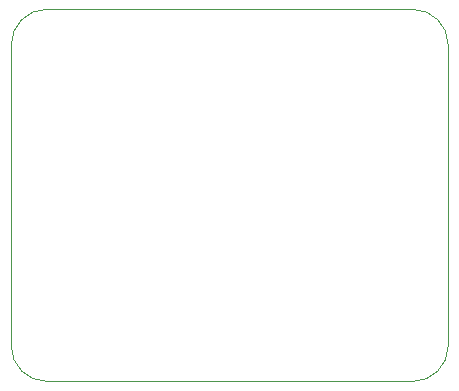
<source format=gbr>
%TF.GenerationSoftware,KiCad,Pcbnew,(5.1.10)-1*%
%TF.CreationDate,2025-06-17T20:32:59+05:30*%
%TF.ProjectId,STM32_Clone,53544d33-325f-4436-9c6f-6e652e6b6963,rev?*%
%TF.SameCoordinates,Original*%
%TF.FileFunction,Profile,NP*%
%FSLAX46Y46*%
G04 Gerber Fmt 4.6, Leading zero omitted, Abs format (unit mm)*
G04 Created by KiCad (PCBNEW (5.1.10)-1) date 2025-06-17 20:32:59*
%MOMM*%
%LPD*%
G01*
G04 APERTURE LIST*
%TA.AperFunction,Profile*%
%ADD10C,0.050000*%
%TD*%
G04 APERTURE END LIST*
D10*
X82000000Y-76500000D02*
G75*
G02*
X85000000Y-73500000I3000000J0D01*
G01*
X116000000Y-73500000D02*
G75*
G02*
X119000000Y-76500000I0J-3000000D01*
G01*
X116000000Y-73500000D02*
X85000000Y-73500000D01*
X85000000Y-105000000D02*
G75*
G02*
X82000000Y-102000000I0J3000000D01*
G01*
X119000000Y-102000000D02*
G75*
G02*
X116000000Y-105000000I-3000000J0D01*
G01*
X85000000Y-105000000D02*
X116000000Y-105000000D01*
X82000000Y-76500000D02*
X82000000Y-102000000D01*
X119000000Y-102000000D02*
X119000000Y-76500000D01*
M02*

</source>
